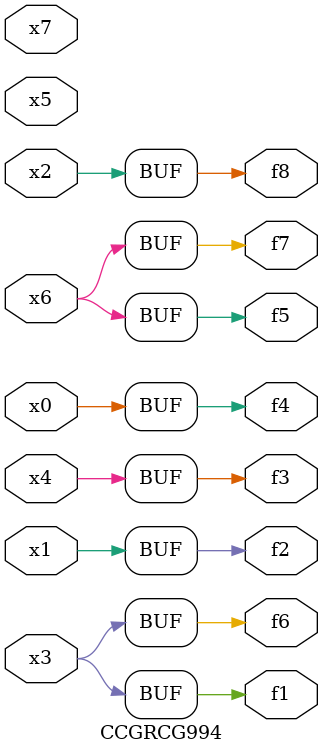
<source format=v>
module CCGRCG994(
	input x0, x1, x2, x3, x4, x5, x6, x7,
	output f1, f2, f3, f4, f5, f6, f7, f8
);
	assign f1 = x3;
	assign f2 = x1;
	assign f3 = x4;
	assign f4 = x0;
	assign f5 = x6;
	assign f6 = x3;
	assign f7 = x6;
	assign f8 = x2;
endmodule

</source>
